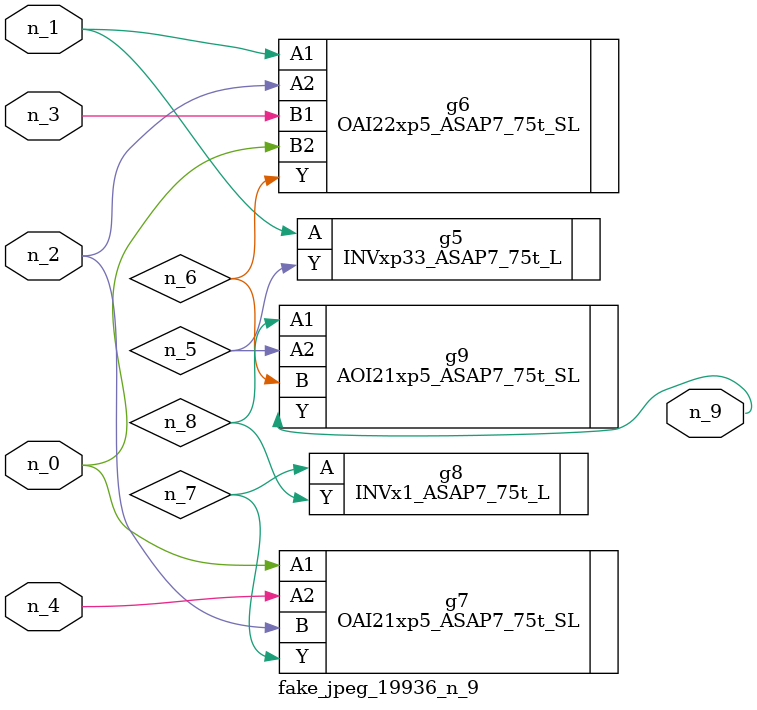
<source format=v>
module fake_jpeg_19936_n_9 (n_3, n_2, n_1, n_0, n_4, n_9);

input n_3;
input n_2;
input n_1;
input n_0;
input n_4;

output n_9;

wire n_8;
wire n_6;
wire n_5;
wire n_7;

INVxp33_ASAP7_75t_L g5 ( 
.A(n_1),
.Y(n_5)
);

OAI22xp5_ASAP7_75t_SL g6 ( 
.A1(n_1),
.A2(n_2),
.B1(n_3),
.B2(n_0),
.Y(n_6)
);

OAI21xp5_ASAP7_75t_SL g7 ( 
.A1(n_0),
.A2(n_4),
.B(n_2),
.Y(n_7)
);

INVx1_ASAP7_75t_L g8 ( 
.A(n_7),
.Y(n_8)
);

AOI21xp5_ASAP7_75t_SL g9 ( 
.A1(n_8),
.A2(n_5),
.B(n_6),
.Y(n_9)
);


endmodule
</source>
